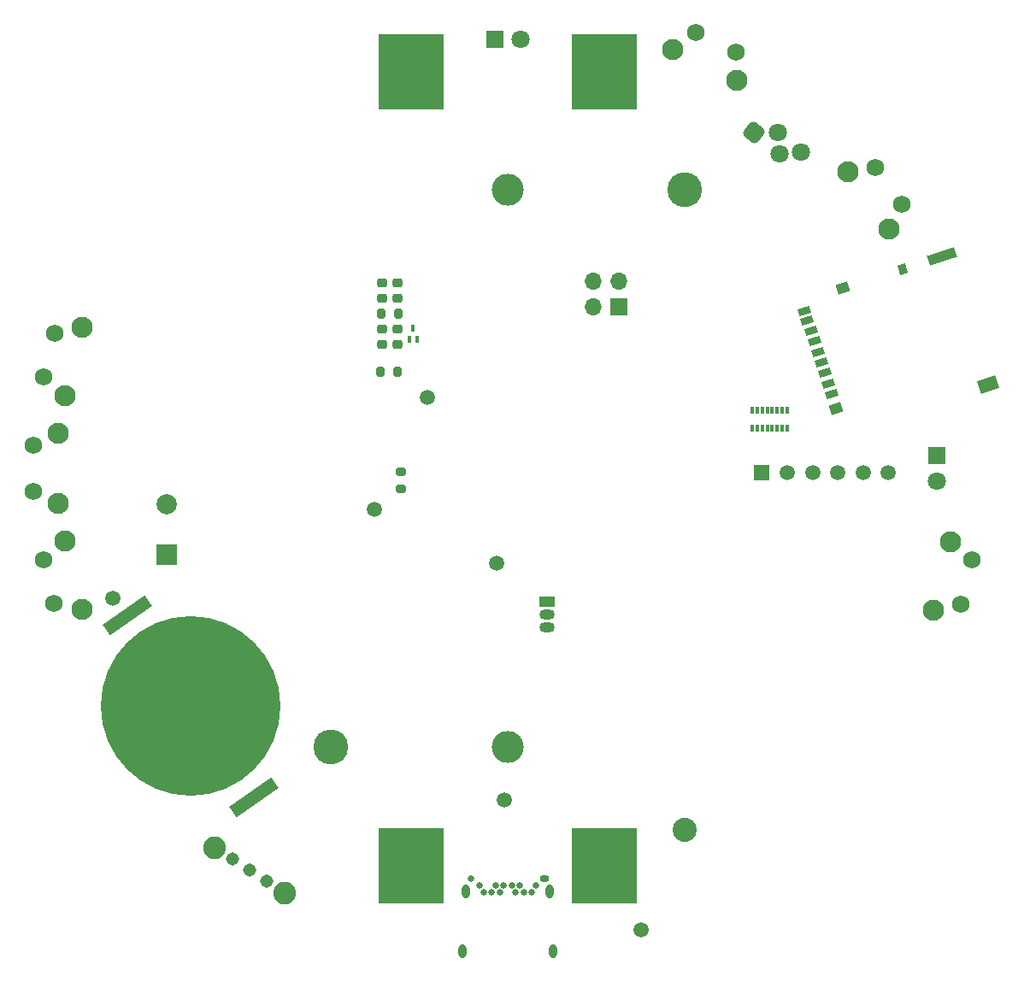
<source format=gbs>
G04 #@! TF.GenerationSoftware,KiCad,Pcbnew,6.0.7-1.fc36*
G04 #@! TF.CreationDate,2022-08-10T12:40:39+02:00*
G04 #@! TF.ProjectId,LAITS-HW,4c414954-532d-4485-972e-6b696361645f,1.0.1*
G04 #@! TF.SameCoordinates,Original*
G04 #@! TF.FileFunction,Soldermask,Bot*
G04 #@! TF.FilePolarity,Negative*
%FSLAX46Y46*%
G04 Gerber Fmt 4.6, Leading zero omitted, Abs format (unit mm)*
G04 Created by KiCad (PCBNEW 6.0.7-1.fc36) date 2022-08-10 12:40:39*
%MOMM*%
%LPD*%
G01*
G04 APERTURE LIST*
G04 Aperture macros list*
%AMRoundRect*
0 Rectangle with rounded corners*
0 $1 Rounding radius*
0 $2 $3 $4 $5 $6 $7 $8 $9 X,Y pos of 4 corners*
0 Add a 4 corners polygon primitive as box body*
4,1,4,$2,$3,$4,$5,$6,$7,$8,$9,$2,$3,0*
0 Add four circle primitives for the rounded corners*
1,1,$1+$1,$2,$3*
1,1,$1+$1,$4,$5*
1,1,$1+$1,$6,$7*
1,1,$1+$1,$8,$9*
0 Add four rect primitives between the rounded corners*
20,1,$1+$1,$2,$3,$4,$5,0*
20,1,$1+$1,$4,$5,$6,$7,0*
20,1,$1+$1,$6,$7,$8,$9,0*
20,1,$1+$1,$8,$9,$2,$3,0*%
%AMRotRect*
0 Rectangle, with rotation*
0 The origin of the aperture is its center*
0 $1 length*
0 $2 width*
0 $3 Rotation angle, in degrees counterclockwise*
0 Add horizontal line*
21,1,$1,$2,0,0,$3*%
G04 Aperture macros list end*
%ADD10R,1.500000X1.050000*%
%ADD11O,1.500000X1.050000*%
%ADD12R,2.000000X2.000000*%
%ADD13C,2.000000*%
%ADD14O,0.950000X0.650000*%
%ADD15C,0.650000*%
%ADD16O,0.800000X1.400000*%
%ADD17C,1.500000*%
%ADD18R,1.508000X1.508000*%
%ADD19C,1.508000*%
%ADD20R,1.700000X1.700000*%
%ADD21O,1.700000X1.700000*%
%ADD22C,2.250000*%
%ADD23C,1.308000*%
%ADD24RoundRect,0.450000X-0.633974X-0.055466X0.055466X-0.633974X0.633974X0.055466X-0.055466X0.633974X0*%
%ADD25C,1.800000*%
%ADD26RoundRect,0.200000X-0.200000X-0.275000X0.200000X-0.275000X0.200000X0.275000X-0.200000X0.275000X0*%
%ADD27RotRect,0.700000X1.200000X288.000000*%
%ADD28RotRect,1.000000X0.800000X288.000000*%
%ADD29RotRect,1.300000X1.900000X288.000000*%
%ADD30RotRect,1.000000X1.200000X288.000000*%
%ADD31RotRect,1.000000X2.800000X288.000000*%
%ADD32RoundRect,0.225000X-0.250000X0.225000X-0.250000X-0.225000X0.250000X-0.225000X0.250000X0.225000X0*%
%ADD33RoundRect,0.225000X0.250000X-0.225000X0.250000X0.225000X-0.250000X0.225000X-0.250000X-0.225000X0*%
%ADD34C,2.100000*%
%ADD35C,1.750000*%
%ADD36RotRect,1.270000X5.080000X125.000000*%
%ADD37C,17.800000*%
%ADD38R,0.300000X0.800000*%
%ADD39R,1.800000X1.800000*%
%ADD40RoundRect,0.200000X0.200000X0.275000X-0.200000X0.275000X-0.200000X-0.275000X0.200000X-0.275000X0*%
%ADD41RoundRect,0.028800X0.131200X-0.301200X0.131200X0.301200X-0.131200X0.301200X-0.131200X-0.301200X0*%
%ADD42RoundRect,0.046200X0.163800X-0.283800X0.163800X0.283800X-0.163800X0.283800X-0.163800X-0.283800X0*%
%ADD43RoundRect,0.200000X0.275000X-0.200000X0.275000X0.200000X-0.275000X0.200000X-0.275000X-0.200000X0*%
%ADD44C,3.450000*%
%ADD45C,3.170000*%
%ADD46C,2.390000*%
%ADD47R,6.450000X7.450000*%
G04 APERTURE END LIST*
D10*
X87900000Y-127150000D03*
D11*
X87900000Y-128420000D03*
X87900000Y-129690000D03*
D12*
X50200000Y-122500000D03*
D13*
X50200000Y-117500000D03*
D14*
X87600000Y-154640000D03*
D15*
X80400000Y-154640000D03*
X86800000Y-155290000D03*
X86400000Y-155990000D03*
X85600000Y-155990000D03*
X85200000Y-155290000D03*
X84800000Y-155990000D03*
X84400000Y-155290000D03*
X83600000Y-155290000D03*
X83200000Y-155990000D03*
X82800000Y-155290000D03*
X82400000Y-155990000D03*
X81600000Y-155990000D03*
X81200000Y-155290000D03*
D16*
X88490000Y-161840000D03*
X88130000Y-155890000D03*
X79510000Y-161840000D03*
X79870000Y-155890000D03*
D17*
X76070000Y-106940000D03*
X82930000Y-123400000D03*
X97250000Y-159650000D03*
X44900000Y-126850000D03*
X70775000Y-118050000D03*
D18*
X109187500Y-114425000D03*
D19*
X111687500Y-114425000D03*
X114187500Y-114425000D03*
X116687500Y-114425000D03*
X119187500Y-114425000D03*
X121687500Y-114425000D03*
D17*
X73920000Y-154300000D03*
D20*
X94975000Y-97975000D03*
D21*
X94975000Y-95435000D03*
X92435000Y-97975000D03*
X92435000Y-95435000D03*
D17*
X83700000Y-146850000D03*
D22*
X61863356Y-156026653D03*
X54986258Y-151560613D03*
D23*
X60102148Y-154882911D03*
X58424807Y-153793633D03*
X56747466Y-152704355D03*
D24*
X108400000Y-80700000D03*
D25*
X110741635Y-80675425D03*
X110929479Y-82822485D03*
X113076539Y-82634641D03*
D26*
X71485000Y-98660000D03*
X73135000Y-98660000D03*
D27*
X116054789Y-106607077D03*
X115714870Y-105560915D03*
X115374951Y-104514753D03*
X115035032Y-103468591D03*
X114695114Y-102422428D03*
X114355195Y-101376266D03*
X114015276Y-100330104D03*
X113675358Y-99283942D03*
X113381792Y-98380438D03*
D28*
X123074319Y-94232256D03*
D29*
X131620908Y-105650041D03*
D30*
X117177768Y-96148161D03*
X116533765Y-108081215D03*
D31*
X127021203Y-92949836D03*
D32*
X71550000Y-100165000D03*
X71550000Y-101715000D03*
D33*
X71530000Y-97135000D03*
X71530000Y-95585000D03*
D34*
X41800828Y-127978681D03*
X40104956Y-121176908D03*
D35*
X37991322Y-122992163D03*
X39079971Y-127358494D03*
D34*
X126195543Y-128017492D03*
X127891416Y-121215719D03*
D35*
X128913982Y-127407008D03*
X130002631Y-123040677D03*
D36*
X46286595Y-128548886D03*
X58888069Y-146545656D03*
D37*
X52587332Y-137547271D03*
D38*
X108200000Y-108225000D03*
X108700000Y-108225000D03*
X109200000Y-108225000D03*
X109700000Y-108225000D03*
X110200000Y-108225000D03*
X110700000Y-108225000D03*
X111200000Y-108225000D03*
X111700000Y-108225000D03*
X111700000Y-110025000D03*
X111200000Y-110025000D03*
X110700000Y-110025000D03*
X110200000Y-110025000D03*
X109700000Y-110025000D03*
X109200000Y-110025000D03*
X108700000Y-110025000D03*
X108200000Y-110025000D03*
D39*
X82725000Y-71460388D03*
D25*
X85265000Y-71460388D03*
D33*
X73060000Y-97145000D03*
X73060000Y-95595000D03*
D34*
X106669440Y-75539751D03*
X100368894Y-72466769D03*
D35*
X106637492Y-72753790D03*
X102592919Y-70781120D03*
D40*
X73045000Y-104380000D03*
X71395000Y-104380000D03*
D34*
X117666671Y-84596421D03*
X121787045Y-90267631D03*
D35*
X123066766Y-87792774D03*
X120421732Y-84152198D03*
D34*
X40108584Y-106776444D03*
X41804457Y-99974671D03*
D35*
X39086018Y-100585155D03*
X37997369Y-104951486D03*
D34*
X39490000Y-117485000D03*
X39490000Y-110475000D03*
D35*
X37000000Y-111725000D03*
X37000000Y-116225000D03*
D41*
X75040000Y-101195000D03*
X74240000Y-101195000D03*
D42*
X74640000Y-100125000D03*
D39*
X126500000Y-112700000D03*
D25*
X126500000Y-115240000D03*
D32*
X73070000Y-100165000D03*
X73070000Y-101715000D03*
D43*
X73420000Y-115985000D03*
X73420000Y-114335000D03*
D44*
X66495000Y-141600000D03*
X101505000Y-86400000D03*
D45*
X84000000Y-141600000D03*
X84000000Y-86400000D03*
D46*
X101505000Y-149820000D03*
D47*
X74445000Y-74670000D03*
X74445000Y-153330000D03*
X93555000Y-153330000D03*
X93555000Y-74670000D03*
M02*

</source>
